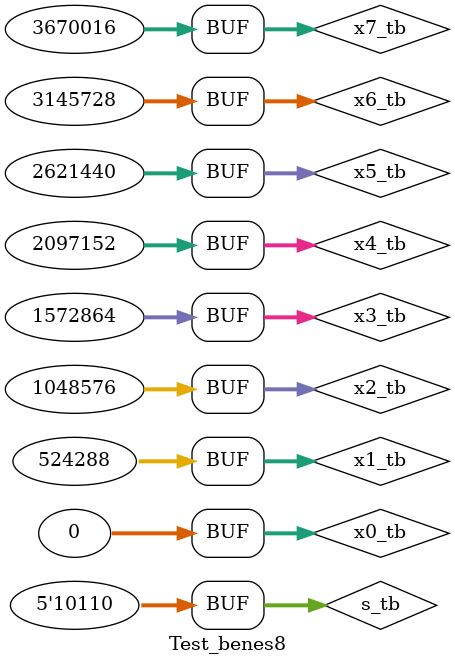
<source format=v>
`timescale 1ns / 1ps
module benes8#(	
//Parameterized values
	parameter Q = 15,
	parameter N = 32,
	parameter b8=5,
	parameter b4=3
	)(
input [N-1:0] x0,x1,x2,x3,x4,x5,x6,x7,
output [N-1:0] y0,y1,y2,y3,y4,y5,y6,y7,
//output [N-1:0] yin0,yin1,yin2,yin3,yin4,yin5,yin6,yin7,
//input [N-1:0] xin0,xin1,xin2,xin3,xin4,xin5,xin6,xin7,
input [b8-1:0] s //[b8-1:0] s,
//input [b4-1:0] s4 //_0,s4_1
);

wire [N-1:0] l0,l1,l2,l3,l4,l5,l6,l7;
wire [N-1:0] m0,m1,m2,m3,m4,m5,m6,m7;
wire [b4-1:0] s4;
wire sf,sl;

//initial begin 
//
//end 

//reg [N-1:0] x0,x1,x2,x3,x4,x5,x6,x7;
//wire [N-1:0] y0,y1,y2,y3,y4,y5,y6,y7;

 
crbar2 c0(.x1(x0),.x2(x1),.y1(l0),.y2(l1),.s(sf)); 
crbar2 c1(.x1(x2),.x2(x3),.y1(l2),.y2(l3),.s(sf)); 
crbar2 c2(.x1(x4),.x2(x5),.y1(l4),.y2(l5),.s(sf)); 
crbar2 c3(.x1(x6),.x2(x7),.y1(l6),.y2(l7),.s(sf)); 
benes4 b0(.x1(l0),.x2(l2),.x3(l4),.x4(l6),.y1(m0),.y2(m1),.y3(m2),.y4(m3),.s(s4)); 
benes4 b1(.x1(l1),.x2(l3),.x3(l5),.x4(l7),.y1(m4),.y2(m5),.y3(m6),.y4(m7),.s(s4)); 
//benes4 b0(.xin1(l0),.xin2(l2),.xin3(l4),.xin4(l6),.yin1(m0),.yin2(m1),.yin3(m2),.yin4(m3),.s(s4)); 
//benes4 b1(.xin1(l1),.xin2(l3),.xin3(l5),.xin4(l7),.yin1(m4),.yin2(m5),.yin3(m6),.yin4(m7),.s(s4)); 
crbar2 c4(.x1(m0),.x2(m4),.y1(y0),.y2(y1),.s(sl)); 
crbar2 c5(.x1(m1),.x2(m5),.y1(y2),.y2(y3),.s(sl)); 
crbar2 c6(.x1(m2),.x2(m6),.y1(y4),.y2(y5),.s(sl)); 
crbar2 c7(.x1(m3),.x2(m7),.y1(y6),.y2(y7),.s(sl)); 

//initial begin

assign sf= s[4];
assign s4= s[3:1];
assign sl= s[0];

//x0= xin0;
//x1= xin1;
//x2= xin2;
//x3= xin3;
//x4= xin4;
//x5= xin5;
//x6= xin6;
//x7= xin7;
//end


//assign yin0=y0;
//assign yin1= y1;
//assign yin2= y2;
//assign yin3= y3;
//assign yin4= y4;
//assign yin5= y5;
//assign yin6= y6;
//assign yin7= y7;

endmodule


module Test_benes8;

reg [4:0] s_tb;
reg [31:0] x0_tb,x1_tb,x2_tb,x3_tb,x4_tb,x5_tb,x6_tb,x7_tb;
wire [31:0] y0_tb,y1_tb,y2_tb,y3_tb,y4_tb,y5_tb,y6_tb,y7_tb;

benes8#(19,32,5,3) b
(

//	.yin0(y0_tb),.yin1(y1_tb),.yin2(y2_tb),.yin3(y3_tb),.yin4(y4_tb),.yin5(y5_tb),.yin6(y6_tb),.yin7(y7_tb),
//	.xin0(x0_tb),.xin1(x1_tb),.xin2(x2_tb),.xin3(x3_tb),.xin4(x4_tb),.xin5(x5_tb),.xin6(x6_tb),.xin7(x7_tb),

	.y0(y0_tb),.y1(y1_tb),.y2(y2_tb),.y3(y3_tb),.y4(y4_tb),.y5(y5_tb),.y6(y6_tb),.y7(y7_tb),
	.x0(x0_tb),.x1(x1_tb),.x2(x2_tb),.x3(x3_tb),.x4(x4_tb),.x5(x5_tb),.x6(x6_tb),.x7(x7_tb),
	.s(s_tb)

);



initial begin 


x0_tb=32'b00000000000000000000000000000000;
x1_tb=32'b00000000000010000000000000000000;
x2_tb=32'b00000000000100000000000000000000;
x3_tb=32'b00000000000110000000000000000000;
x4_tb=32'b00000000001000000000000000000000;
x5_tb=32'b00000000001010000000000000000000;
x6_tb=32'b00000000001100000000000000000000;
x7_tb=32'b00000000001110000000000000000000;


#10 s_tb=10001;
#10 s_tb=10101;
#10 s_tb=11011;
#10 s_tb=11111;
#10 s_tb=00000;
#10 s_tb=00100;
#10 s_tb=01010;
#10 s_tb=01110;



end 

endmodule


</source>
